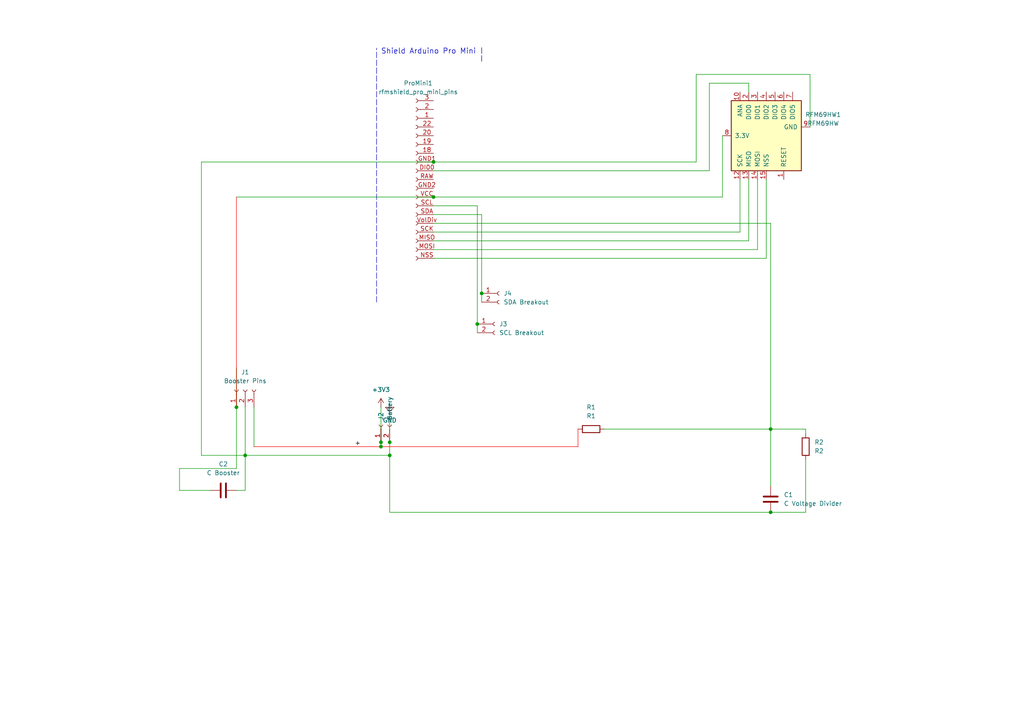
<source format=kicad_sch>
(kicad_sch (version 20211123) (generator eeschema)
  (paper "A4")
  (title_block (date "sam. 04 avril 2015"))
  (lib_symbols
    (symbol "Connector:Conn_01x02_Female" (pin_names (offset 1.016) hide)
      (property "Reference" "J" (at 0 2.54 0))
      (property "Value" "Conn_01x02_Female" (at 0 -5.08 0))
      (symbol "Conn_01x02_Female_1_1"
        (arc (start 0 -2.032) (mid -0.508 -2.54) (end 0 -3.048) (stroke (width 0.1524)))
        (polyline (pts (xy -1.27 -2.54) (xy -0.508 -2.54)) (stroke (width 0.1524)))
        (polyline (pts (xy -1.27 0) (xy -0.508 0)) (stroke (width 0.1524)))
        (arc (start 0 0.508) (mid -0.508 0) (end 0 -0.508) (stroke (width 0.1524)))
        (pin passive line (at -5.08 0 0) (length 3.81) (name "Pin_1") (number "1"))
        (pin passive line (at -5.08 -2.54 0) (length 3.81) (name "Pin_2") (number "2"))
      )
    )
    (symbol "Connector:Conn_01x03_Female" (pin_names (offset 1.016) hide)
      (property "Reference" "J" (at 0 5.08 0))
      (property "Value" "Conn_01x03_Female" (at 0 -5.08 0))
      (symbol "Conn_01x03_Female_1_1"
        (arc (start 0 -2.032) (mid -0.508 -2.54) (end 0 -3.048) (stroke (width 0.1524)))
        (polyline (pts (xy -1.27 -2.54) (xy -0.508 -2.54)) (stroke (width 0.1524)))
        (polyline (pts (xy -1.27 0) (xy -0.508 0)) (stroke (width 0.1524)))
        (polyline (pts (xy -1.27 2.54) (xy -0.508 2.54)) (stroke (width 0.1524)))
        (arc (start 0 0.508) (mid -0.508 0) (end 0 -0.508) (stroke (width 0.1524)))
        (arc (start 0 3.048) (mid -0.508 2.54) (end 0 2.032) (stroke (width 0.1524)))
        (pin passive line (at -5.08 2.54 0) (length 3.81) (name "Pin_1") (number "1"))
        (pin passive line (at -5.08 0 0) (length 3.81) (name "Pin_2") (number "2"))
        (pin passive line (at -5.08 -2.54 0) (length 3.81) (name "Pin_3") (number "3"))
      )
    )
    (symbol "Device:C" (pin_numbers hide) (pin_names (offset 0.254))
      (property "Reference" "C" (at 0.635 2.54 0))
      (property "Value" "C" (at 0.635 -2.54 0))
      (symbol "C_0_1"
        (polyline (pts (xy -2.032 -0.762) (xy 2.032 -0.762)) (stroke (width 0.508)))
        (polyline (pts (xy -2.032 0.762) (xy 2.032 0.762)) (stroke (width 0.508)))
      )
      (symbol "C_1_1"
        (pin passive line (at 0 3.81 270) (length 2.794) (name "~") (number "1"))
        (pin passive line (at 0 -3.81 90) (length 2.794) (name "~") (number "2"))
      )
    )
    (symbol "Device:R" (pin_numbers hide) (pin_names (offset 0))
      (property "Reference" "R" (at 2.032 0 90))
      (property "Value" "R" (at 0 0 90))
      (symbol "R_0_1"
        (rectangle (start -1.016 -2.54) (end 1.016 2.54) (stroke (width 0.254)))
      )
      (symbol "R_1_1"
        (pin passive line (at 0 3.81 270) (length 1.27) (name "~") (number "1"))
        (pin passive line (at 0 -3.81 90) (length 1.27) (name "~") (number "2"))
      )
    )
    (symbol "MySymbols:rfmshield_pro_mini_pins" (pin_names (offset 1.016) hide)
      (property "Reference" "J" (at 0 25.4 0))
      (property "Value" "rfmshield_pro_mini_pins" (at -3.81 -25.4 0))
      (symbol "rfmshield_pro_mini_pins_1_1"
        (arc (start 0 -22.352) (mid -0.508 -22.86) (end 0 -23.368) (stroke (width 0.1524)))
        (arc (start 0 -19.812) (mid -0.508 -20.32) (end 0 -20.828) (stroke (width 0.1524)))
        (arc (start 0 -17.272) (mid -0.508 -17.78) (end 0 -18.288) (stroke (width 0.1524)))
        (arc (start 0 -14.732) (mid -0.508 -15.24) (end 0 -15.748) (stroke (width 0.1524)))
        (arc (start 0 -12.192) (mid -0.508 -12.7) (end 0 -13.208) (stroke (width 0.1524)))
        (arc (start 0 -9.652) (mid -0.508 -10.16) (end 0 -10.668) (stroke (width 0.1524)))
        (arc (start 0 -7.112) (mid -0.508 -7.62) (end 0 -8.128) (stroke (width 0.1524)))
        (arc (start 0 -4.572) (mid -0.508 -5.08) (end 0 -5.588) (stroke (width 0.1524)))
        (arc (start 0 -2.032) (mid -0.508 -2.54) (end 0 -3.048) (stroke (width 0.1524)))
        (polyline (pts (xy -1.27 -22.86) (xy -0.508 -22.86)) (stroke (width 0.1524)))
        (polyline (pts (xy -1.27 -20.32) (xy -0.508 -20.32)) (stroke (width 0.1524)))
        (polyline (pts (xy -1.27 -17.78) (xy -0.508 -17.78)) (stroke (width 0.1524)))
        (polyline (pts (xy -1.27 -15.24) (xy -0.508 -15.24)) (stroke (width 0.1524)))
        (polyline (pts (xy -1.27 -12.7) (xy -0.508 -12.7)) (stroke (width 0.1524)))
        (polyline (pts (xy -1.27 -10.16) (xy -0.508 -10.16)) (stroke (width 0.1524)))
        (polyline (pts (xy -1.27 -7.62) (xy -0.508 -7.62)) (stroke (width 0.1524)))
        (polyline (pts (xy -1.27 -5.08) (xy -0.508 -5.08)) (stroke (width 0.1524)))
        (polyline (pts (xy -1.27 -2.54) (xy -0.508 -2.54)) (stroke (width 0.1524)))
        (polyline (pts (xy -1.27 0) (xy -0.508 0)) (stroke (width 0.1524)))
        (polyline (pts (xy -1.27 2.54) (xy -0.508 2.54)) (stroke (width 0.1524)))
        (polyline (pts (xy -1.27 5.08) (xy -0.508 5.08)) (stroke (width 0.1524)))
        (polyline (pts (xy -1.27 7.62) (xy -0.508 7.62)) (stroke (width 0.1524)))
        (polyline (pts (xy -1.27 10.16) (xy -0.508 10.16)) (stroke (width 0.1524)))
        (polyline (pts (xy -1.27 12.7) (xy -0.508 12.7)) (stroke (width 0.1524)))
        (polyline (pts (xy -1.27 15.24) (xy -0.508 15.24)) (stroke (width 0.1524)))
        (polyline (pts (xy -1.27 17.78) (xy -0.508 17.78)) (stroke (width 0.1524)))
        (polyline (pts (xy -1.27 20.32) (xy -0.508 20.32)) (stroke (width 0.1524)))
        (polyline (pts (xy -1.27 22.86) (xy -0.508 22.86)) (stroke (width 0.1524)))
        (arc (start 0 0.508) (mid -0.508 0) (end 0 -0.508) (stroke (width 0.1524)))
        (arc (start 0 3.048) (mid -0.508 2.54) (end 0 2.032) (stroke (width 0.1524)))
        (arc (start 0 5.588) (mid -0.508 5.08) (end 0 4.572) (stroke (width 0.1524)))
        (arc (start 0 8.128) (mid -0.508 7.62) (end 0 7.112) (stroke (width 0.1524)))
        (arc (start 0 10.668) (mid -0.508 10.16) (end 0 9.652) (stroke (width 0.1524)))
        (arc (start 0 13.208) (mid -0.508 12.7) (end 0 12.192) (stroke (width 0.1524)))
        (arc (start 0 15.748) (mid -0.508 15.24) (end 0 14.732) (stroke (width 0.1524)))
        (arc (start 0 18.288) (mid -0.508 17.78) (end 0 17.272) (stroke (width 0.1524)))
        (arc (start 0 20.828) (mid -0.508 20.32) (end 0 19.812) (stroke (width 0.1524)))
        (arc (start 0 23.368) (mid -0.508 22.86) (end 0 22.352) (stroke (width 0.1524)))
        (pin passive line (at -5.08 -17.78 0) (length 3.81) (name "1") (number "1"))
        (pin passive line (at -5.08 -7.62 0) (length 3.81) (name "18") (number "18"))
        (pin passive line (at -5.08 -10.16 0) (length 3.81) (name "19") (number "19"))
        (pin passive line (at -5.08 -20.32 0) (length 3.81) (name "2") (number "2"))
        (pin passive line (at -5.08 -12.7 0) (length 3.81) (name "20") (number "20"))
        (pin passive line (at -5.08 -15.24 0) (length 3.81) (name "22") (number "22"))
        (pin passive line (at -5.08 -22.86 0) (length 3.81) (name "3") (number "3"))
        (pin passive line (at -5.08 -2.54 0) (length 3.81) (name "DI00") (number "DI00"))
        (pin passive line (at -5.08 -5.08 0) (length 3.81) (name "GND1") (number "GND1"))
        (pin passive line (at -5.08 2.54 0) (length 3.81) (name "GND2") (number "GND2"))
        (pin passive line (at -5.08 17.78 0) (length 3.81) (name "MISO") (number "MISO"))
        (pin passive line (at -5.08 20.32 0) (length 3.81) (name "MOSI") (number "MOSI"))
        (pin passive line (at -5.08 22.86 0) (length 3.81) (name "NSS") (number "NSS"))
        (pin passive line (at -5.08 0 0) (length 3.81) (name "RAW") (number "RAW"))
        (pin passive line (at -5.08 15.24 0) (length 3.81) (name "SCK") (number "SCK"))
        (pin passive line (at -5.08 7.62 0) (length 3.81) (name "SCL") (number "SCL"))
        (pin passive line (at -5.08 10.16 0) (length 3.81) (name "SDA") (number "SDA"))
        (pin passive line (at -5.08 5.08 0) (length 3.81) (name "VCC") (number "VCC"))
        (pin passive line (at -5.08 12.7 0) (length 3.81) (name "VolDiv") (number "VolDiv"))
      )
    )
    (symbol "RF_Module:RFM69HW" (pin_names (offset 1.016))
      (property "Reference" "U" (at -3.81 11.43 0))
      (property "Value" "RFM69HW" (at -7.62 13.97 0))
      (symbol "RFM69HW_0_1"
        (rectangle (start -10.16 10.16) (end 10.16 -10.16) (stroke (width 0.254)) (fill (type background)))
      )
      (symbol "RFM69HW_1_1"
        (pin input line (at -12.7 -5.08 0) (length 2.54) (name "RESET") (number "1"))
        (pin output line (at 12.7 7.62 180) (length 2.54) (name "ANA") (number "10"))
        (pin passive line (at 2.54 -12.7 90) (length 2.54) hide (name "GND") (number "11"))
        (pin input line (at -12.7 7.62 0) (length 2.54) (name "SCK") (number "12"))
        (pin output line (at -12.7 5.08 0) (length 2.54) (name "MISO") (number "13"))
        (pin input line (at -12.7 2.54 0) (length 2.54) (name "MOSI") (number "14"))
        (pin input line (at -12.7 0 0) (length 2.54) (name "NSS") (number "15"))
        (pin no_connect line (at -2.54 -12.7 90) (length 2.54) hide (name "NC") (number "16"))
        (pin bidirectional line (at 12.7 5.08 180) (length 2.54) (name "DIO0") (number "2"))
        (pin bidirectional line (at 12.7 2.54 180) (length 2.54) (name "DIO1") (number "3"))
        (pin bidirectional line (at 12.7 0 180) (length 2.54) (name "DIO2") (number "4"))
        (pin bidirectional line (at 12.7 -2.54 180) (length 2.54) (name "DIO3") (number "5"))
        (pin bidirectional line (at 12.7 -5.08 180) (length 2.54) (name "DIO4") (number "6"))
        (pin bidirectional line (at 12.7 -7.62 180) (length 2.54) (name "DIO5") (number "7"))
        (pin power_in line (at 0 12.7 270) (length 2.54) (name "3.3V") (number "8"))
        (pin power_in line (at 2.54 -12.7 90) (length 2.54) (name "GND") (number "9"))
      )
    )
    (symbol "power:+3V3" (power) (pin_names (offset 0))
      (property "Value" "+3V3" (at 0 3.556 0))
      (symbol "+3V3_0_1"
        (polyline (pts (xy -0.762 1.27) (xy 0 2.54)))
        (polyline (pts (xy 0 0) (xy 0 2.54)))
        (polyline (pts (xy 0 2.54) (xy 0.762 1.27)))
      )
      (symbol "+3V3_1_1"
        (pin power_in line (at 0 0 90) (length 0) hide (name "+3V3") (number "1"))
      )
    )
    (symbol "power:GND" (power) (pin_names (offset 0))
      (property "Value" "GND" (at 0 -3.81 0))
      (symbol "GND_0_1"
        (polyline (pts (xy 0 0) (xy 0 -1.27) (xy 1.27 -1.27) (xy 0 -2.54) (xy -1.27 -1.27) (xy 0 -1.27)))
      )
      (symbol "GND_1_1"
        (pin power_in line (at 0 0 270) (length 0) hide (name "GND") (number "1"))
      )
    )
  )
  (junction (at 125.73 46.99))
  (junction (at 110.49 129.54))
  (junction (at 223.52 124.46))
  (junction (at 68.58 118.11))
  (junction (at 138.43 93.98))
  (junction (at 125.73 57.15))
  (junction (at 113.03 128.27))
  (junction (at 223.52 148.59))
  (junction (at 71.12 132.08))
  (junction (at 139.7 85.09))
  (junction (at 113.03 132.08))
  (junction (at 110.49 128.27))
  (wire (pts (xy 233.68 133.35) (xy 233.68 148.59)))
  (wire (pts (xy 139.7 85.09) (xy 139.7 87.63)))
  (wire (pts (xy 68.58 106.68) (xy 68.58 118.11)))
  (wire (pts (xy 222.25 52.07) (xy 222.25 74.93)))
  (wire (pts (xy 68.58 57.15) (xy 68.58 118.11)) (stroke (width 0) (color 255 0 0 1)))
  (wire (pts (xy 125.73 69.85) (xy 217.17 69.85)))
  (wire (pts (xy 71.12 132.08) (xy 113.03 132.08)))
  (polyline (pts (xy 109.22 87.63) (xy 109.22 13.97)) (stroke (width 0) (type dash)))
  (wire (pts (xy 223.52 148.59) (xy 233.68 148.59)))
  (wire (pts (xy 205.74 49.53) (xy 205.74 24.13)))
  (wire (pts (xy 125.73 72.39) (xy 219.71 72.39)))
  (wire (pts (xy 217.17 69.85) (xy 217.17 52.07)))
  (wire (pts (xy 125.73 57.15) (xy 68.58 57.15)))
  (wire (pts (xy 68.58 142.24) (xy 71.12 142.24)))
  (wire (pts (xy 52.07 142.24) (xy 60.96 142.24)))
  (wire (pts (xy 214.63 67.31) (xy 214.63 52.07)))
  (wire (pts (xy 223.52 124.46) (xy 233.68 124.46)))
  (wire (pts (xy 110.49 129.54) (xy 167.64 129.54)) (stroke (width 0) (color 255 0 0 1)))
  (wire (pts (xy 125.73 74.93) (xy 222.25 74.93)))
  (wire (pts (xy 205.74 24.13) (xy 217.17 24.13)))
  (wire (pts (xy 125.73 59.69) (xy 138.43 59.69)))
  (wire (pts (xy 125.73 57.15) (xy 209.55 57.15)))
  (wire (pts (xy 138.43 93.98) (xy 138.43 96.52)))
  (wire (pts (xy 58.42 132.08) (xy 71.12 132.08)))
  (wire (pts (xy 52.07 135.89) (xy 52.07 142.24)))
  (wire (pts (xy 110.49 128.27) (xy 110.49 129.54)))
  (wire (pts (xy 209.55 57.15) (xy 209.55 39.37)))
  (wire (pts (xy 223.52 64.77) (xy 223.52 124.46)))
  (wire (pts (xy 71.12 118.11) (xy 71.12 132.08)))
  (wire (pts (xy 113.03 128.27) (xy 113.03 132.08)))
  (wire (pts (xy 110.49 118.11) (xy 110.49 128.27)))
  (wire (pts (xy 223.52 148.59) (xy 113.03 148.59)))
  (wire (pts (xy 125.73 64.77) (xy 223.52 64.77)))
  (wire (pts (xy 167.64 129.54) (xy 167.64 124.46)) (stroke (width 0) (color 255 0 0 1)))
  (wire (pts (xy 68.58 118.11) (xy 68.58 135.89)))
  (wire (pts (xy 201.93 21.59) (xy 234.95 21.59)))
  (wire (pts (xy 234.95 21.59) (xy 234.95 36.83)))
  (polyline (pts (xy 139.7 17.78) (xy 139.7 13.335)) (stroke (width 0) (type dash)))
  (wire (pts (xy 68.58 135.89) (xy 52.07 135.89)))
  (wire (pts (xy 58.42 46.99) (xy 58.42 132.08)))
  (wire (pts (xy 233.68 124.46) (xy 233.68 125.73)))
  (wire (pts (xy 217.17 24.13) (xy 217.17 26.67)))
  (wire (pts (xy 113.03 132.08) (xy 113.03 148.59)))
  (wire (pts (xy 71.12 132.08) (xy 71.12 142.24)))
  (wire (pts (xy 125.73 46.99) (xy 58.42 46.99)))
  (wire (pts (xy 125.73 67.31) (xy 214.63 67.31)))
  (wire (pts (xy 201.93 46.99) (xy 201.93 21.59)))
  (wire (pts (xy 73.66 129.54) (xy 73.66 118.11)))
  (wire (pts (xy 125.73 49.53) (xy 205.74 49.53)))
  (wire (pts (xy 175.26 124.46) (xy 223.52 124.46)))
  (wire (pts (xy 223.52 140.97) (xy 223.52 124.46)))
  (wire (pts (xy 113.03 116.84) (xy 113.03 128.27)))
  (wire (pts (xy 73.66 129.54) (xy 110.49 129.54)) (stroke (width 0) (color 255 0 0 1)))
  (wire (pts (xy 125.73 62.23) (xy 139.7 62.23)))
  (wire (pts (xy 139.7 62.23) (xy 139.7 85.09)))
  (wire (pts (xy 125.73 46.99) (xy 201.93 46.99)))
  (wire (pts (xy 138.43 59.69) (xy 138.43 93.98)))
  (wire (pts (xy 219.71 72.39) (xy 219.71 52.07)))
  (text "Shield Arduino Pro Mini \n" (at 110.49 15.875 0) (effects (font (size 1.524 1.524)) (justify left bottom)))
  (label "+" (at 102.87 129.54 0))
  (symbol (lib_id "Device:C") (at 223.52 144.78 0) (unit 1)
    (property "Reference" "C1" (at 227.33 143.5099 0) (effects (justify left)))
    (property "Value" "C Voltage Divider" (at 227.33 146.0499 0) (effects (justify left)))
    (property "Footprint" "Capacitor_THT:CP_Radial_D6.3mm_P2.50mm" (effects hide))
  )
  (symbol (lib_id "power:+3V3") (at 110.49 118.11 0) (unit 1)
    (property "Reference" "#PWR0101" (effects hide))
    (property "Value" "+3V3" (at 110.49 113.03 0))
  )
  (symbol (lib_id "MySymbols:rfmshield_pro_mini_pins") (at 120.65 52.07 180) (unit 1)
    (property "Reference" "ProMini1" (at 121.285 24.13 0))
    (property "Value" "rfmshield_pro_mini_pins" (at 121.285 26.67 0))
    (property "Footprint" "footprints:pro_mini_rfmshield" (effects hide))
  )
  (symbol (lib_id "RF_Module:RFM69HW") (at 222.25 39.37 90) (unit 1)
    (property "Reference" "RFM69HW1" (at 238.76 33.2486 90))
    (property "Value" "RFM69HW" (at 238.76 35.7886 90))
    (property "Footprint" "RF_Module:HOPERF_RFM69HW" (effects hide))
    (property "Datasheet" "https://www.hoperf.com/data/upload/portal/20181127/5bfcbb56f1fd7.pdf" (effects hide))
  )
  (symbol (lib_id "Connector:Conn_01x02_Female") (at 110.49 123.19 90) (unit 1)
    (property "Reference" "J2" (at 110.49 121.92 0) (effects (justify left)))
    (property "Value" "Battery" (at 113.03 121.92 0) (effects (justify left)))
    (property "Footprint" "Connector_PinHeader_2.54mm:PinHeader_1x02_P2.54mm_Vertical" (effects hide))
  )
  (symbol (lib_id "power:GND") (at 113.03 116.84 0) (unit 1)
    (property "Reference" "#PWR0102" (effects hide))
    (property "Value" "GND" (at 113.03 121.92 0))
  )
  (symbol (lib_id "Device:C") (at 64.77 142.24 90) (unit 1)
    (property "Reference" "C2" (at 64.77 134.62 90))
    (property "Value" "C Booster" (at 64.77 137.16 90))
    (property "Footprint" "Capacitor_THT:CP_Radial_D6.3mm_P2.50mm" (effects hide))
  )
  (symbol (lib_id "Device:R") (at 171.45 124.46 90) (unit 1)
    (property "Reference" "R1" (at 171.45 118.11 90))
    (property "Value" "R1" (at 171.45 120.65 90))
    (property "Footprint" "Resistor_THT:R_Axial_DIN0207_L6.3mm_D2.5mm_P10.16mm_Horizontal" (effects hide))
  )
  (symbol (lib_id "Device:R") (at 233.68 129.54 0) (unit 1)
    (property "Reference" "R2" (at 236.22 128.2699 0) (effects (justify left)))
    (property "Value" "R2" (at 236.22 130.8099 0) (effects (justify left)))
    (property "Footprint" "Resistor_THT:R_Axial_DIN0207_L6.3mm_D2.5mm_P10.16mm_Horizontal" (effects hide))
  )
  (symbol (lib_id "Connector:Conn_01x03_Female") (at 71.12 113.03 90) (unit 1)
    (property "Reference" "J1" (at 71.12 107.95 90))
    (property "Value" "Booster Pins" (at 71.12 110.49 90))
    (property "Footprint" "Connector_PinHeader_2.54mm:PinHeader_1x03_P2.54mm_Vertical" (effects hide))
  )
  (symbol (lib_id "Connector:Conn_01x02_Female") (at 144.78 85.09 0) (unit 1)
    (property "Reference" "J4" (at 146.05 85.0899 0) (effects (justify left)))
    (property "Value" "SDA Breakout" (at 146.05 87.6299 0) (effects (justify left)))
    (property "Footprint" "Connector_PinHeader_2.54mm:PinHeader_1x02_P2.54mm_Vertical" (effects hide))
  )
  (symbol (lib_id "Connector:Conn_01x02_Female") (at 143.51 93.98 0) (unit 1)
    (property "Reference" "J3" (at 144.78 93.9799 0) (effects (justify left)))
    (property "Value" "SCL Breakout" (at 144.78 96.5199 0) (effects (justify left)))
    (property "Footprint" "Connector_PinHeader_2.54mm:PinHeader_1x02_P2.54mm_Vertical" (effects hide))
  )
)
</source>
